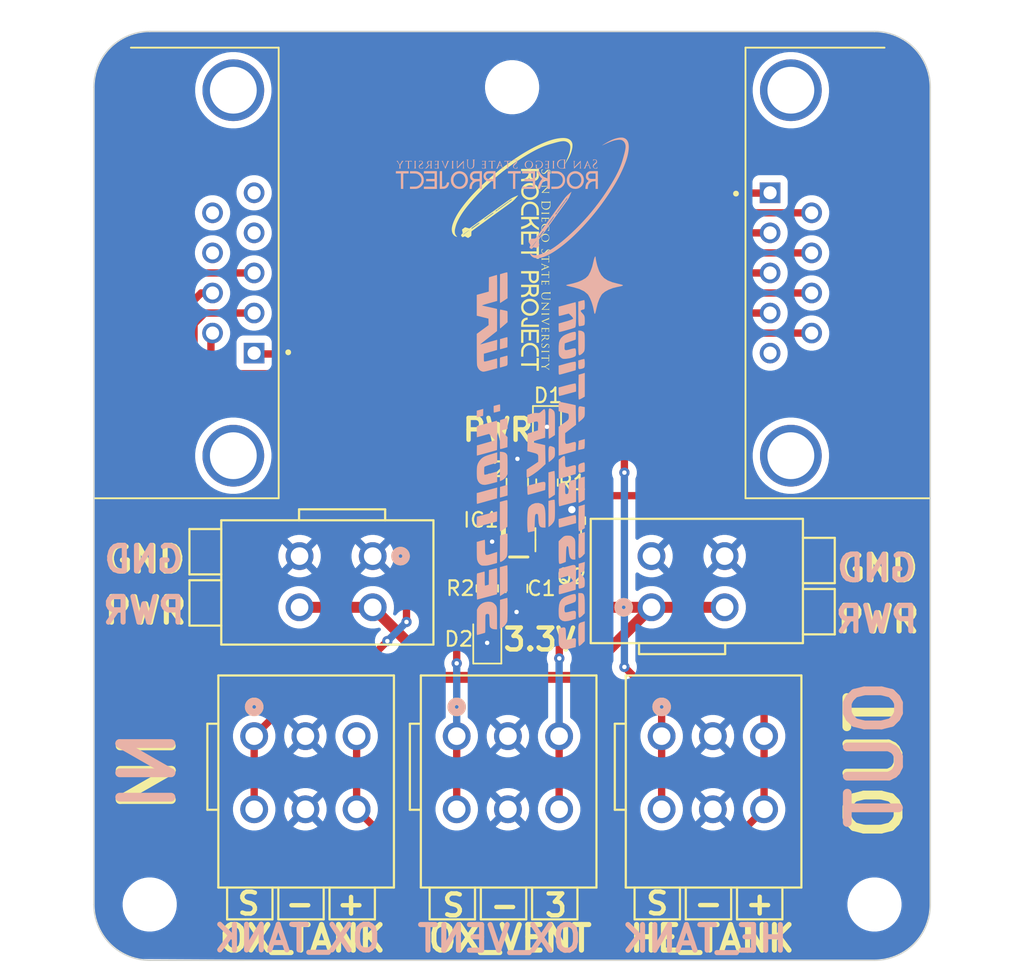
<source format=kicad_pcb>
(kicad_pcb (version 20241229) (generator "pcbnew") (generator_version "9.0")
  (layers (0 "F.Cu" signal) (2 "B.Cu" power) (13 "F.Paste" user) (15 "B.Paste" user) (5 "F.SilkS" user "F.Silkscreen") (7 "B.SilkS" user "B.Silkscreen") (1 "F.Mask" user) (3 "B.Mask" user) (25 "Edge.Cuts" user))
  (net 0 "")
  (net 1 "+3.3V")
  (net 2 "GND")
  (net 3 "VBUS")
  (net 4 "Net-(D1-A)")
  (net 5 "Net-(D2-A)")
  (net 6 "MOV")
  (net 7 "ENG_CHAMBER")
  (net 8 "MFV")
  (net 9 "+BATT")
  (net 10 "O_VENT")
  (net 11 "O_TANK")
  (net 12 "HE_TANK")
  (net 13 "F_TANK")
  (net 14 "F_VENT")
  (footprint "MountingHole:MountingHole_3.2mm_M3" (layer "F.Cu") (at 78.74 85.09)
    (property "Reference" "H2" (hide yes))
    (property "Value" "MountingHole")
    (pad "" np_thru_hole circle (at 0 0) (size 3.2 3.2) (drill 3.2) (layers "*.Cu" "*.Mask"))
  )
  (footprint "Wago 2601_1103:CONN3_2601-1103_WAG" (layer "F.Cu") (at 64.195 73.58)
    (property "Reference" "J7" (hide yes))
    (property "Value" "PT_2")
    (pad "1" thru_hole circle (at 0 0) (size 1.9 1.9) (drill 1.2) (layers "*.Cu" "*.Mask") (net 12 "HE_TANK"))
    (pad "2" thru_hole circle (at 0 5) (size 1.9 1.9) (drill 1.2) (layers "*.Cu" "*.Mask") (net 12 "HE_TANK"))
    (pad "3" thru_hole circle (at 3.5 0) (size 1.9 1.9) (drill 1.2) (layers "*.Cu" "*.Mask") (net 2 "GND"))
    (pad "4" thru_hole circle (at 3.5 5) (size 1.9 1.9) (drill 1.2) (layers "*.Cu" "*.Mask") (net 2 "GND"))
    (pad "5" thru_hole circle (at 7.000001 0) (size 1.9 1.9) (drill 1.2) (layers "*.Cu" "*.Mask") (net 3 "VBUS"))
    (pad "6" thru_hole circle (at 7.000001 5) (size 1.9 1.9) (drill 1.2) (layers "*.Cu" "*.Mask") (net 3 "VBUS"))
  )
  (footprint "Resistor_SMD:R_0805_2012Metric" (layer "F.Cu") (at 56.36 56.242499 90)
    (property "Reference" "R1" (at 0.003471 1.73 180) (layer "F.SilkS"))
    (property "Value" "470")
    (pad "1" smd roundrect (at -0.9125 0 90) (size 1.025 1.4) (layers "F.Cu" "F.Mask" "F.Paste") (roundrect_rratio 0.243902) (net 3 "VBUS"))
    (pad "2" smd roundrect (at 0.9125 0 90) (size 1.025 1.4) (layers "F.Cu" "F.Mask" "F.Paste") (roundrect_rratio 0.243902) (net 4 "Net-(D1-A)"))
  )
  (footprint "SDSU RP:RP_Logo" (layer "F.Cu") (at 53.975 40.64 -90)
    (property "Reference" "G***" (hide yes))
    (property "Value" "LOGO" (hide yes))
  )
  (footprint "TLV76033DBZR:SOT95P237X112-3N" (layer "F.Cu") (at 53.379999 59.83 180)
    (property "Reference" "IC1" (at 1.53 1.03 180) (layer "F.SilkS"))
    (property "Value" "TLV76033DBZR" (hide yes))
    (pad "1" smd rect (at -1.050001 -0.95 270) (size 0.6 1.25) (layers "F.Cu" "F.Mask" "F.Paste") (net 1 "+3.3V"))
    (pad "2" smd rect (at -1.050001 0.95 270) (size 0.6 1.25) (layers "F.Cu" "F.Mask" "F.Paste") (net 3 "VBUS"))
    (pad "3" smd rect (at 1.05 0 270) (size 0.6 1.25) (layers "F.Cu" "F.Mask" "F.Paste") (net 2 "GND"))
  )
  (footprint "LD09S33E4GV00LF:AMPHENOL_LD09S33E4GV00LF" (layer "F.Cu") (at 73.025 41.91 90)
    (property "Reference" "J2" (hide yes))
    (property "Value" "SIGNAL OUT")
    (pad "1" thru_hole rect (at 5.48 -1.42 90) (size 1.408 1.408) (drill 0.9) (layers "*.Cu" "*.Mask") (net 7 "ENG_CHAMBER"))
    (pad "2" thru_hole circle (at 2.74 -1.42 90) (size 1.408 1.408) (drill 0.9) (layers "*.Cu" "*.Mask") (net 8 "MFV"))
    (pad "3" thru_hole circle (at 0 -1.420001 90) (size 1.408 1.408) (drill 0.9) (layers "*.Cu" "*.Mask") (net 14 "F_VENT"))
    (pad "4" thru_hole circle (at -2.74 -1.42 90) (size 1.408 1.408) (drill 0.9) (layers "*.Cu" "*.Mask") (net 10 "O_VENT"))
    (pad "5" thru_hole circle (at -5.48 -1.42 90) (size 1.408 1.408) (drill 0.9) (layers "*.Cu" "*.Mask"))
    (pad "6" thru_hole circle (at 4.109999 1.42 90) (size 1.408 1.408) (drill 0.9) (layers "*.Cu" "*.Mask") (net 6 "MOV"))
    (pad "7" thru_hole circle (at 1.37 1.42 90) (size 1.408 1.408) (drill 0.9) (layers "*.Cu" "*.Mask") (net 13 "F_TANK"))
    (pad "8" thru_hole circle (at -1.37 1.42 90) (size 1.408 1.408) (drill 0.9) (layers "*.Cu" "*.Mask") (net 11 "O_TANK"))
    (pad "9" thru_hole circle (at -4.109999 1.42 90) (size 1.408 1.408) (drill 0.9) (layers "*.Cu" "*.Mask") (net 12 "HE_TANK"))
    (pad "SH1" thru_hole circle (at -12.495 0 90) (size 4.216 4.216) (drill 3.2) (layers "*.Cu" "*.Mask"))
    (pad "SH2" thru_hole circle (at 12.495 0 90) (size 4.216 4.216) (drill 3.2) (layers "*.Cu" "*.Mask"))
  )
  (footprint "Capacitor_SMD:C_0805_2012Metric" (layer "F.Cu") (at 54.329999 56.23 90)
    (property "Reference" "C2" (at 0.89 -1.75 180) (layer "F.SilkS"))
    (property "Value" "0.1uF")
    (pad "1" smd roundrect (at -0.949999 0 90) (size 1 1.45) (layers "F.Cu" "F.Mask" "F.Paste") (net 3 "VBUS"))
    (pad "2" smd roundrect (at 0.949999 0 90) (size 1 1.45) (layers "F.Cu" "F.Mask" "F.Paste") (net 2 "GND"))
  )
  (footprint "MountingHole:MountingHole_3.2mm_M3" (layer "F.Cu") (at 29.21 85.09)
    (property "Reference" "H1" (hide yes))
    (property "Value" "MountingHole")
    (pad "" np_thru_hole circle (at 0 0) (size 3.2 3.2) (drill 3.2) (layers "*.Cu" "*.Mask"))
  )
  (footprint "Resistor_SMD:R_0805_2012Metric" (layer "F.Cu") (at 52.279999 63.479999 -90)
    (property "Reference" "R2" (at -0.009998 1.84 180) (layer "F.SilkS"))
    (property "Value" "75")
    (pad "1" smd roundrect (at -0.9125 0 270) (size 1.025 1.4) (layers "F.Cu" "F.Mask" "F.Paste") (roundrect_rratio 0.243902) (net 1 "+3.3V"))
    (pad "2" smd roundrect (at 0.9125 0 270) (size 1.025 1.4) (layers "F.Cu" "F.Mask" "F.Paste") (roundrect_rratio 0.243902) (net 5 "Net-(D2-A)"))
  )
  (footprint "LED_SMD:LED_0805_2012Metric" (layer "F.Cu") (at 56.36 52.692499 -90)
    (property "Reference" "D1" (at -2.402499 -0.069999 180) (layer "F.SilkS"))
    (property "Value" "GREEN")
    (pad "1" smd roundrect (at -0.937501 0 270) (size 0.975 1.4) (layers "F.Cu" "F.Mask" "F.Paste") (net 2 "GND"))
    (pad "2" smd roundrect (at 0.937501 0 270) (size 0.975 1.4) (layers "F.Cu" "F.Mask" "F.Paste") (net 4 "Net-(D1-A)"))
  )
  (footprint "Wago 2601_1103:CONN3_2601-1103_WAG" (layer "F.Cu") (at 36.35 73.58)
    (property "Reference" "J6" (hide yes))
    (property "Value" "PT_1")
    (pad "1" thru_hole circle (at 0 0) (size 1.9 1.9) (drill 1.2) (layers "*.Cu" "*.Mask") (net 11 "O_TANK"))
    (pad "2" thru_hole circle (at 0 5) (size 1.9 1.9) (drill 1.2) (layers "*.Cu" "*.Mask") (net 11 "O_TANK"))
    (pad "3" thru_hole circle (at 3.5 0) (size 1.9 1.9) (drill 1.2) (layers "*.Cu" "*.Mask") (net 2 "GND"))
    (pad "4" thru_hole circle (at 3.5 5) (size 1.9 1.9) (drill 1.2) (layers "*.Cu" "*.Mask") (net 2 "GND"))
    (pad "5" thru_hole circle (at 7.000001 0) (size 1.9 1.9) (drill 1.2) (layers "*.Cu" "*.Mask") (net 3 "VBUS"))
    (pad "6" thru_hole circle (at 7.000001 5) (size 1.9 1.9) (drill 1.2) (layers "*.Cu" "*.Mask") (net 3 "VBUS"))
  )
  (footprint "LED_SMD:LED_0805_2012Metric" (layer "F.Cu") (at 52.279999 66.929999 90)
    (property "Reference" "D2" (at -0.009189 -1.949999 180) (layer "F.SilkS"))
    (property "Value" "RED")
    (pad "1" smd roundrect (at -0.937501 0 90) (size 0.975 1.4) (layers "F.Cu" "F.Mask" "F.Paste") (net 2 "GND"))
    (pad "2" smd roundrect (at 0.937501 0 90) (size 0.975 1.4) (layers "F.Cu" "F.Mask" "F.Paste") (net 5 "Net-(D2-A)"))
  )
  (footprint "Package_TO_SOT_SMD:SOT-23-3" (layer "F.Cu") (at 57.129999 60.15 -90)
    (property "Reference" "Q2" (at 2.51 -0.9 180) (layer "F.SilkS"))
    (property "Value" "DMP3099L")
    (pad "1" smd roundrect (at -1.1375 -0.949999 270) (size 1.325 0.6) (layers "F.Cu" "F.Mask" "F.Paste") (net 2 "GND"))
    (pad "2" smd roundrect (at -1.1375 0.949999 270) (size 1.325 0.6) (layers "F.Cu" "F.Mask" "F.Paste") (net 3 "VBUS"))
    (pad "3" smd roundrect (at 1.1375 0 270) (size 1.325 0.6) (layers "F.Cu" "F.Mask" "F.Paste") (net 9 "+BATT"))
  )
  (footprint "Wago 2601_1102:CONN2_2601-1102_WAG" (layer "F.Cu") (at 44.45 61.27 -90)
    (property "Reference" "J4" (hide yes))
    (property "Value" "PWR IN")
    (pad "1" thru_hole circle (at 0 0 270) (size 1.9 1.9) (drill 1.2) (layers "*.Cu" "*.Mask") (net 2 "GND"))
    (pad "2" thru_hole circle (at 0 5 270) (size 1.9 1.9) (drill 1.2) (layers "*.Cu" "*.Mask") (net 2 "GND"))
    (pad "3" thru_hole circle (at 3.5 0 270) (size 1.9 1.9) (drill 1.2) (layers "*.Cu" "*.Mask") (net 9 "+BATT"))
    (pad "4" thru_hole circle (at 3.5 5 270) (size 1.9 1.9) (drill 1.2) (layers "*.Cu" "*.Mask") (net 9 "+BATT"))
  )
  (footprint "Wago 2601_1102:CONN2_2601-1102_WAG" (layer "F.Cu") (at 63.5 64.77 90)
    (property "Reference" "J3" (hide yes))
    (property "Value" "PWR IN")
    (pad "1" thru_hole circle (at 0 0 90) (size 1.9 1.9) (drill 1.2) (layers "*.Cu" "*.Mask") (net 9 "+BATT"))
    (pad "2" thru_hole circle (at 0 5 90) (size 1.9 1.9) (drill 1.2) (layers "*.Cu" "*.Mask") (net 9 "+BATT"))
    (pad "3" thru_hole circle (at 3.5 0 90) (size 1.9 1.9) (drill 1.2) (layers "*.Cu" "*.Mask") (net 2 "GND"))
    (pad "4" thru_hole circle (at 3.5 5 90) (size 1.9 1.9) (drill 1.2) (layers "*.Cu" "*.Mask") (net 2 "GND"))
  )
  (footprint "Capacitor_SMD:C_0805_2012Metric" (layer "F.Cu") (at 54.279999 63.479999 -90)
    (property "Reference" "C1" (at 0.000001 -1.7 180) (layer "F.SilkS"))
    (property "Value" "0.1uF")
    (pad "1" smd roundrect (at -0.949999 0 270) (size 1 1.45) (layers "F.Cu" "F.Mask" "F.Paste") (net 1 "+3.3V"))
    (pad "2" smd roundrect (at 0.949999 0 270) (size 1 1.45) (layers "F.Cu" "F.Mask" "F.Paste") (net 2 "GND"))
  )
  (footprint "Wago 2601_1103:CONN3_2601-1103_WAG" (layer "F.Cu") (at 50.19 73.58)
    (property "Reference" "J5" (hide yes))
    (property "Value" "HALL_1")
    (pad "1" thru_hole circle (at 0 0) (size 1.9 1.9) (drill 1.2) (layers "*.Cu" "*.Mask") (net 10 "O_VENT"))
    (pad "2" thru_hole circle (at 0 5) (size 1.9 1.9) (drill 1.2) (layers "*.Cu" "*.Mask") (net 10 "O_VENT"))
    (pad "3" thru_hole circle (at 3.5 0) (size 1.9 1.9) (drill 1.2) (layers "*.Cu" "*.Mask") (net 2 "GND"))
    (pad "4" thru_hole circle (at 3.5 5) (size 1.9 1.9) (drill 1.2) (layers "*.Cu" "*.Mask") (net 2 "GND"))
    (pad "5" thru_hole circle (at 7.000001 0) (size 1.9 1.9) (drill 1.2) (layers "*.Cu" "*.Mask") (net 1 "+3.3V"))
    (pad "6" thru_hole circle (at 7.000001 5) (size 1.9 1.9) (drill 1.2) (layers "*.Cu" "*.Mask") (net 1 "+3.3V"))
  )
  (footprint "MountingHole:MountingHole_3.2mm_M3" (layer "F.Cu") (at 53.975 29.21)
    (property "Reference" "H3" (hide yes))
    (property "Value" "MountingHole")
    (pad "" np_thru_hole circle (at 0 0) (size 3.2 3.2) (drill 3.2) (layers "*.Cu" "*.Mask"))
  )
  (footprint "LD09S33E4GV00LF:AMPHENOL_LD09S33E4GV00LF" (layer "F.Cu") (at 34.925 41.91 -90)
    (property "Reference" "J1" (hide yes))
    (property "Value" "SIGNAL IN")
    (pad "1" thru_hole rect (at 5.48 -1.42 270) (size 1.408 1.408) (drill 0.9) (layers "*.Cu" "*.Mask") (net 7 "ENG_CHAMBER"))
    (pad "2" thru_hole circle (at 2.74 -1.42 270) (size 1.408 1.408) (drill 0.9) (layers "*.Cu" "*.Mask") (net 8 "MFV"))
    (pad "3" thru_hole circle (at 0 -1.420001 270) (size 1.408 1.408) (drill 0.9) (layers "*.Cu" "*.Mask") (net 14 "F_VENT"))
    (pad "4" thru_hole circle (at -2.74 -1.42 270) (size 1.408 1.408) (drill 0.9) (layers "*.Cu" "*.Mask"))
    (pad "5" thru_hole circle (at -5.48 -1.42 270) (size 1.408 1.408) (drill 0.9) (layers "*.Cu" "*.Mask"))
    (pad "6" thru_hole circle (at 4.109999 1.42 270) (size 1.408 1.408) (drill 0.9) (layers "*.Cu" "*.Mask") (net 6 "MOV"))
    (pad "7" thru_hole circle (at 1.37 1.42 270) (size 1.408 1.408) (drill 0.9) (layers "*.Cu" "*.Mask") (net 13 "F_TANK"))
    (pad "8" thru_hole circle (at -1.37 1.42 270) (size 1.408 1.408) (drill 0.9) (layers "*.Cu" "*.Mask"))
    (pad "9" thru_hole circle (at -4.109999 1.42 270) (size 1.408 1.408) (drill 0.9) (layers "*.Cu" "*.Mask"))
    (pad "SH1" thru_hole circle (at -12.495 0 270) (size 4.216 4.216) (drill 3.2) (layers "*.Cu" "*.Mask"))
    (pad "SH2" thru_hole circle (at 12.495 0 270) (size 4.216 4.216) (drill 3.2) (layers "*.Cu" "*.Mask"))
  )
  (footprint "LOGO" (layer "B.Cu") (at 58.546016 54.001485 90)
    (property "Reference" "G***" (hide yes))
    (property "Value" "LOGO" (hide yes))
  )
  (footprint "SDSU RP:RP_Logo" (layer "B.Cu") (at 53.99 36.78 180)
    (property "Reference" "G***" (hide yes))
    (property "Value" "LOGO" (hide yes))
  )
  (footprint "LOGO" (layer "B.Cu") (at 52.592457 54.277605 90)
    (property "Reference" "G***" (hide yes))
    (property "Value" "LOGO" (hide yes))
  )
  (gr_line (start 25.4 85.09) (end 25.4 29.21) (stroke (width 0.1)) (layer "Edge.Cuts"))
  (gr_arc (start 29.21 88.9) (mid 26.515923 87.784077) (end 25.4 85.09) (stroke (width 0.1)) (layer "Edge.Cuts"))
  (gr_arc (start 82.55 85.09) (mid 81.434077 87.784077) (end 78.74 88.9) (stroke (width 0.1)) (layer "Edge.Cuts"))
  (gr_arc (start 25.4 29.21) (mid 26.515923 26.515923) (end 29.21 25.4) (stroke (width 0.1)) (layer "Edge.Cuts"))
  (gr_line (start 78.74 88.9) (end 29.21 88.9) (stroke (width 0.1)) (layer "Edge.Cuts"))
  (gr_line (start 82.55 29.21) (end 82.55 85.09) (stroke (width 0.1)) (layer "Edge.Cuts"))
  (gr_arc (start 78.74 25.4) (mid 81.434077 26.515923) (end 82.55 29.21) (stroke (width 0.1)) (layer "Edge.Cuts"))
  (gr_line (start 29.21 25.4) (end 78.74 25.4) (stroke (width 0.1)) (layer "Edge.Cuts"))
  (gr_text "IN" (at 26.73 73.02 270) (layer "F.SilkS") (effects (font (size 3.5 3.5) (thickness 0.6) (bold yes)) (justify left bottom)))
  (gr_text "3" (at 56.970001 86.03 0) (layer "F.SilkS") (effects (font (size 1.5 1.5) (thickness 0.3) (bold yes)) (justify bottom)))
  (gr_text "HE_TANK" (at 67.65 88.44 0) (layer "F.SilkS") (effects (font (size 1.75 1.75) (thickness 0.35) (bold yes)) (justify bottom)))
  (gr_text "+" (at 42.970002 85.91 0) (layer "F.SilkS") (effects (font (size 1.5 1.5) (thickness 0.3) (bold yes)) (justify bottom)))
  (gr_text "PWR" (at 50.44575 53.516616 0) (layer "F.SilkS") (effects (font (size 1.5 1.5) (thickness 0.3) (bold yes)) (justify left bottom)))
  (gr_text "S" (at 35.970001 85.91 0) (layer "F.SilkS") (effects (font (size 1.5 1.5) (thickness 0.3) (bold yes)) (justify bottom)))
  (gr_text "OX_TANK" (at 39.66 88.44 0) (layer "F.SilkS") (effects (font (size 1.75 1.75) (thickness 0.35) (bold yes)) (justify bottom)))
  (gr_text "-" (at 39.470002 85.91 0) (layer "F.SilkS") (effects (font (size 1.5 1.5) (thickness 0.3) (bold yes)) (justify bottom)))
  (gr_text "S" (at 63.895001 85.9 0) (layer "F.SilkS") (effects (font (size 1.5 1.5) (thickness 0.3) (bold yes)) (justify bottom)))
  (gr_text "PWR" (at 76.024999 66.62 0) (layer "F.SilkS") (effects (font (size 1.75 1.75) (thickness 0.35) (bold yes)) (justify left bottom)))
  (gr_text "S" (at 49.97 86.03 0) (layer "F.SilkS") (effects (font (size 1.5 1.5) (thickness 0.3) (bold yes)) (justify bottom)))
  (gr_text "+" (at 70.895002 85.9 0) (layer "F.SilkS") (effects (font (size 1.5 1.5) (thickness 0.3) (bold yes)) (justify bottom)))
  (gr_text "3.3V" (at 53.229999 67.85 0) (layer "F.SilkS") (effects (font (size 1.5 1.5) (thickness 0.3) (bold yes)) (justify left bottom)))
  (gr_text "PWR" (at 25.95 66.02 0) (layer "F.SilkS") (effects (font (size 1.75 1.75) (thickness 0.35) (bold yes)) (justify left bottom)))
  (gr_text "-" (at 67.395002 85.9 0) (layer "F.SilkS") (effects (font (size 1.5 1.5) (thickness 0.3) (bold yes)) (justify bottom)))
  (gr_text "-" (at 53.470001 86.03 0) (layer "F.SilkS") (effects (font (size 1.5 1.5) (thickness 0.3) (bold yes)) (justify bottom)))
  (gr_text "OX_VENT" (at 53.84 88.44 0) (layer "F.SilkS") (effects (font (size 1.75 1.75) (thickness 0.35) (bold yes)) (justify bottom)))
  (gr_text "GND" (at 26.033334 62.519999 0) (layer "F.SilkS") (effects (font (size 1.75 1.75) (thickness 0.35) (bold yes)) (justify left bottom)))
  (gr_text "GND" (at 76.108333 63.119999 0) (layer "F.SilkS") (effects (font (size 1.75 1.75) (thickness 0.35) (bold yes)) (justify left bottom)))
  (gr_text "OUT" (at 80.81 81 90) (layer "F.SilkS") (effects (font (size 3.5 3.5) (thickness 0.6) (bold yes)) (justify left bottom)))
  (gr_text "GND" (at 31.706666 62.514001 0) (layer "B.SilkS") (effects (font (size 1.75 1.75) (thickness 0.35) (bold yes)) (justify left bottom mirror)))
  (gr_text "IN" (at 26.7 78.98 270) (layer "B.SilkS") (effects (font (size 3.5 3.5) (thickness 0.6) (bold yes)) (justify left bottom mirror)))
  (gr_text "PWR" (at 31.79 66.014002 0) (layer "B.SilkS") (effects (font (size 1.75 1.75) (thickness 0.35) (bold yes)) (justify left bottom mirror)))
  (gr_text "GND" (at 81.781665 63.114001 0) (layer "B.SilkS") (effects (font (size 1.75 1.75) (thickness 0.35) (bold yes)) (justify left bottom mirror)))
  (gr_text "PWR" (at 81.864999 66.614002 0) (layer "B.SilkS") (effects (font (size 1.75 1.75) (thickness 0.35) (bold yes)) (justify left bottom mirror)))
  (gr_text "OX_TANK" (at 39.290001 88.424 0) (layer "B.SilkS") (effects (font (size 1.75 1.75) (thickness 0.35) (bold yes)) (justify bottom mirror)))
  (gr_text "OX_VENT" (at 53.1 88.444 0) (layer "B.SilkS") (effects (font (size 1.75 1.75) (thickness 0.35) (bold yes)) (justify bottom mirror)))
  (gr_text "HE_TANK" (at 67.14 88.444 0) (layer "B.SilkS") (effects (font (size 1.75 1.75) (thickness 0.35) (bold yes)) (justify bottom mirror)))
  (gr_text "OUT" (at 80.84 69.42 90) (layer "B.SilkS") (effects (font (size 3.5 3.5) (thickness 0.6) (bold yes)) (justify left bottom mirror)))
  (segment (start 54.279999 62.53) (end 57.2 65.450001) (width 0.5) (layer "F.Cu") (net 1))
  (segment (start 57.190001 78.58) (end 57.190001 73.58) (width 0.5) (layer "F.Cu") (net 1))
  (segment (start 57.2 65.450001) (end 57.2 68.26) (width 0.5) (layer "F.Cu") (net 1))
  (via (at 57.2 68.26) (size 0.7) (drill 0.3) (layers "F.Cu" "B.Cu") (net 1))
  (segment (start 57.190001 68.269999) (end 57.190001 73.58) (width 0.5) (layer "B.Cu") (net 1))
  (segment (start 57.2 68.26) (end 57.190001 68.269999) (width 0.5) (layer "B.Cu") (net 1))
  (segment (start 52.329999 59.999999) (end 52.329999 59.83) (width 0.5) (layer "F.Cu") (net 2))
  (segment (start 54.329999 55.280001) (end 54.329999 54.630001) (width 0.5) (layer "F.Cu") (net 2))
  (segment (start 52.279999 67.209999) (end 52.27 67.2) (width 0.5) (layer "F.Cu") (net 2))
  (segment (start 56.36 51.754998) (end 56.36 52.43) (width 0.5) (layer "F.Cu") (net 2))
  (segment (start 54.329999 54.630001) (end 54.34 54.62) (width 0.5) (layer "F.Cu") (net 2))
  (segment (start 52.279999 67.8675) (end 52.279999 67.209999) (width 0.5) (layer "F.Cu") (net 2))
  (segment (start 58.079998 59.0125) (end 58.079998 58.109998) (width 0.5) (layer "F.Cu") (net 2))
  (segment (start 54.279999 64.429998) (end 54.28 65.09) (width 0.5) (layer "F.Cu") (net 2))
  (segment (start 58.079998 58.109998) (end 58.06 58.09) (width 0.5) (layer "F.Cu") (net 2))
  (segment (start 52.61 60.28) (end 52.329999 59.999999) (width 0.5) (layer "F.Cu") (net 2))
  (via (at 54.28 65.09) (size 0.7) (drill 0.3) (layers "F.Cu" "B.Cu") (net 2))
  (via (at 54.34 54.62) (size 0.7) (drill 0.3) (layers "F.Cu" "B.Cu") (net 2))
  (via (at 52.27 67.2) (size 0.7) (drill 0.3) (layers "F.Cu" "B.Cu") (net 2))
  (via (at 52.61 60.28) (size 0.7) (drill 0.3) (layers "F.Cu" "B.Cu") (net 2))
  (via (at 56.36 52.43) (size 0.7) (drill 0.3) (layers "F.Cu" "B.Cu") (net 2))
  (via (at 58.06 58.09) (size 1) (drill 0.5) (layers "F.Cu" "B.Cu") (net 2))
  (segment (start 67.435001 82.34) (end 71.195001 78.58) (width 0.5) (layer "F.Cu") (net 3))
  (segment (start 56.375999 57.139) (end 56.36 57.154999) (width 0.5) (layer "F.Cu") (net 3))
  (segment (start 71.195001 73.58) (end 71.195001 78.58) (width 0.5) (layer "F.Cu") (net 3))
  (segment (start 71.195001 73.58) (end 71.195001 60.745001) (width 0.5) (layer "F.Cu") (net 3))
  (segment (start 43.350001 78.58) (end 47.110001 82.34) (width 0.5) (layer "F.Cu") (net 3))
  (segment (start 43.350001 73.58) (end 43.350001 78.58) (width 0.5) (layer "F.Cu") (net 3))
  (segment (start 67.589 57.139) (end 56.375999 57.139) (width 0.5) (layer "F.Cu") (net 3))
  (segment (start 71.195001 60.745001) (end 67.589 57.139) (width 0.5) (layer "F.Cu") (net 3))
  (segment (start 47.110001 82.34) (end 67.435001 82.34) (width 0.5) (layer "F.Cu") (net 3))
  (segment (start 56.36 53.63) (end 56.36 55.329999) (width 0.5) (layer "F.Cu") (net 4))
  (segment (start 52.279999 64.392499) (end 52.279999 65.992498) (width 0.5) (layer "F.Cu") (net 5))
  (segment (start 42.1 48.8) (end 34.45 48.8) (width 0.5) (layer "F.Cu") (net 6))
  (segment (start 33.395 46.129999) (end 33.505 46.019999) (width 0.5) (layer "F.Cu") (net 6))
  (segment (start 74.355 37.800001) (end 74.445 37.800001) (width 0.5) (layer "F.Cu") (net 6))
  (segment (start 33.395 47.745) (end 33.395 46.129999) (width 0.5) (layer "F.Cu") (net 6))
  (segment (start 53.099999 37.800001) (end 42.1 48.8) (width 0.5) (layer "F.Cu") (net 6))
  (segment (start 74.335 37.820001) (end 74.355 37.800001) (width 0.5) (layer "F.Cu") (net 6))
  (segment (start 34.45 48.8) (end 33.395 47.745) (width 0.5) (layer "F.Cu") (net 6))
  (segment (start 74.445 37.800001) (end 53.099999 37.800001) (width 0.5) (layer "F.Cu") (net 6))
  (segment (start 36.405001 47.450001) (end 41.509999 47.450001) (width 0.5) (layer "F.Cu") (net 7))
  (segment (start 36.345 47.39) (end 36.405001 47.450001) (width 0.5) (layer "F.Cu") (net 7))
  (segment (start 41.509999 47.450001) (end 52.51 36.45) (width 0.5) (layer "F.Cu") (net 7))
  (segment (start 52.51 36.45) (end 71.585 36.45) (width 0.5) (layer "F.Cu") (net 7))
  (segment (start 71.585 36.45) (end 71.605 36.43) (width 0.5) (layer "F.Cu") (net 7))
  (segment (start 36.345 44.65) (end 32.98 44.65) (width 0.5) (layer "F.Cu") (net 8))
  (segment (start 53.88 39.17) (end 71.475 39.17) (width 0.5) (layer "F.Cu") (net 8))
  (segment (start 32.24 48) (end 33.94 49.7) (width 0.5) (layer "F.Cu") (net 8))
  (segment (start 71.475 39.17) (end 71.495 39.19) (width 0.5) (layer "F.Cu") (net 8))
  (segment (start 33.94 49.7) (end 43.35 49.7) (width 0.5) (layer "F.Cu") (net 8))
  (segment (start 32.24 45.39) (end 32.24 48) (width 0.5) (layer "F.Cu") (net 8))
  (segment (start 32.98 44.65) (end 32.24 45.39) (width 0.5) (layer "F.Cu") (net 8))
  (segment (start 43.35 49.7) (end 53.88 39.17) (width 0.5) (layer "F.Cu") (net 8))
  (segment (start 58.71 69.56) (end 63.5 64.77) (width 0.75) (layer "F.Cu") (net 9))
  (segment (start 49.24 69.56) (end 58.71 69.56) (width 0.75) (layer "F.Cu") (net 9))
  (segment (start 60.612499 64.77) (end 63.5 64.77) (width 0.75) (layer "F.Cu") (net 9))
  (segment (start 39.45 64.77) (end 44.45 64.77) (width 0.75) (layer "F.Cu") (net 9))
  (segment (start 44.45 64.77) (end 49.24 69.56) (width 0.75) (layer "F.Cu") (net 9))
  (segment (start 63.5 64.77) (end 68.5 64.77) (width 0.75) (layer "F.Cu") (net 9))
  (segment (start 57.129999 61.2875) (end 60.612499 64.77) (width 0.75) (layer "F.Cu") (net 9))
  (segment (start 50.19 68.6) (end 50.19 53.49) (width 0.5) (layer "F.Cu") (net 10))
  (segment (start 50.19 73.58) (end 50.19 78.58) (width 0.5) (layer "F.Cu") (net 10))
  (segment (start 59.03 44.65) (end 71.605 44.65) (width 0.5) (layer "F.Cu") (net 10))
  (segment (start 50.19 53.49) (end 59.03 44.65) (width 0.5) (layer "F.Cu") (net 10))
  (via (at 50.19 68.6) (size 0.7) (drill 0.3) (layers "F.Cu" "B.Cu") (net 10))
  (segment (start 50.19 68.6) (end 50.19 73.58) (width 0.5) (layer "B.Cu") (net 10))
  (segment (start 41.97 67.96) (end 36.35 73.58) (width 0.5) (layer "F.Cu") (net 11))
  (segment (start 45.450926 67.079074) (end 44.57 67.96) (width 0.5) (layer "F.Cu") (net 11))
  (segment (start 57.66 43.28) (end 74.445 43.28) (width 0.5) (layer "F.Cu") (net 11))
  (segment (start 44.57 67.96) (end 41.97 67.96) (width 0.5) (layer "F.Cu") (net 11))
  (segment (start 46.759074 54.180926) (end 57.66 43.28) (width 0.5) (layer "F.Cu") (net 11))
  (segment (start 46.759074 65.770926) (end 46.759074 54.180926) (width 0.5) (layer "F.Cu") (net 11))
  (segment (start 36.35 73.58) (end 36.35 78.58) (width 0.5) (layer "F.Cu") (net 11))
  (via (at 45.450926 67.079074) (size 0.7) (drill 0.3) (layers "F.Cu" "B.Cu") (net 11))
  (via (at 46.759074 65.770926) (size 0.7) (drill 0.3) (layers "F.Cu" "B.Cu") (net 11))
  (segment (start 46.759074 65.770926) (end 45.450926 67.079074) (width 0.5) (layer "B.Cu") (net 11))
  (segment (start 61.65 52.5) (end 68.130001 46.019999) (width 0.5) (layer "F.Cu") (net 12))
  (segment (start 61.65 55.56) (end 61.65 52.5) (width 0.5) (layer "F.Cu") (net 12))
  (segment (start 64.195 73.58) (end 64.195 71.395) (width 0.5) (layer "F.Cu") (net 12))
  (segment (start 64.195 71.395) (end 61.65 68.85) (width 0.5) (layer "F.Cu") (net 12))
  (segment (start 68.130001 46.019999) (end 74.445 46.019999) (width 0.5) (layer "F.Cu") (net 12))
  (segment (start 64.195 78.58) (end 64.195 73.58) (width 0.5) (layer "F.Cu") (net 12))
  (via (at 61.65 55.56) (size 0.7) (drill 0.3) (layers "F.Cu" "B.Cu") (net 12))
  (via (at 61.65 68.85) (size 0.7) (drill 0.3) (layers "F.Cu" "B.Cu") (net 12))
  (segment (start 61.65 55.56) (end 61.65 68.85) (width 0.5) (layer "B.Cu") (net 12))
  (segment (start 54.8 40.54) (end 74.445 40.54) (width 0.5) (layer "F.Cu") (net 13))
  (segment (start 44.77 50.57) (end 54.8 40.54) (width 0.5) (layer "F.Cu") (net 13))
  (segment (start 32.728636 43.28) (end 31.48 44.528636) (width 0.5) (layer "F.Cu") (net 13))
  (segment (start 31.48 44.528636) (end 31.48 48.71) (width 0.5) (layer "F.Cu") (net 13))
  (segment (start 33.505 43.28) (end 32.728636 43.28) (width 0.5) (layer "F.Cu") (net 13))
  (segment (start 31.48 48.71) (end 33.34 50.57) (width 0.5) (layer "F.Cu") (net 13))
  (segment (start 33.34 50.57) (end 44.77 50.57) (width 0.5) (layer "F.Cu") (net 13))
  (segment (start 32.3 41.91) (end 30.408 43.802) (width 0.5) (layer "F.Cu") (net 14))
  (segment (start 30.408 49.064364) (end 32.843636 51.5) (width 0.5) (layer "F.Cu") (net 14))
  (segment (start 32.843636 51.5) (end 46.6 51.5) (width 0.5) (layer "F.Cu") (net 14))
  (segment (start 30.408 43.802) (end 30.408 49.064364) (width 0.5) (layer "F.Cu") (net 14))
  (segment (start 56.19 41.91) (end 71.604999 41.91) (width 0.5) (layer "F.Cu") (net 14))
  (segment (start 36.345001 41.91) (end 32.3 41.91) (width 0.5) (layer "F.Cu") (net 14))
  (segment (start 46.6 51.5) (end 56.19 41.91) (width 0.5) (layer "F.Cu") (net 14))
  (zone (net 3) (net_name "VBUS") (layer "F.Cu") (priority 1) (connect_pads yes (clearance 0.5)) (min_thickness 0.25) (fill yes (thermal_gap 0.5) (thermal_bridge_width 0.5))
    (polygon (pts (xy 57.095 56.469563) (xy 57.095 59.69) (xy 53.510001 59.69) (xy 53.49 56.48)))
  )
  (zone (net 1) (net_name "+3.3V") (layer "F.Cu") (priority 2) (connect_pads yes (clearance 0.5)) (min_thickness 0.25) (fill yes (thermal_gap 0.5) (thermal_bridge_width 0.5))
    (polygon (pts (xy 51.43 61.85) (xy 52.84 61.85) (xy 53.6 61.09) (xy 53.6 60.3) (xy 55.16 60.3) (xy 55.24 60.38) (xy 55.24 62.993745) (xy 55.003745 63.23) (xy 51.52 63.23) (xy 51.531254 63.218746) (xy 51.544999 63.218746) (xy 51.43 63.103747)))
  )
  (zone (net 2) (net_name "GND") (layer "B.Cu") (connect_pads (clearance 0.5)) (min_thickness 0.25) (fill yes (thermal_gap 0.5) (thermal_bridge_width 0.5))
    (polygon (pts (xy 25.4 88.8) (xy 25.35 25.2) (xy 82.5 25.4) (xy 82.6 89.05)))
  )
)
</source>
